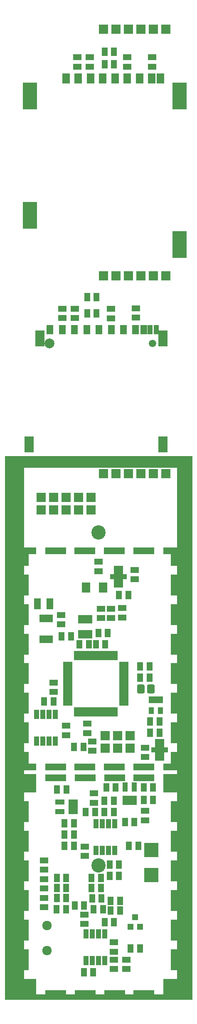
<source format=gbr>
G04 #@! TF.GenerationSoftware,KiCad,Pcbnew,(6.0.0-rc1-dev-205-gc0615c5ef)*
G04 #@! TF.CreationDate,2019-05-07T06:14:22+02:00*
G04 #@! TF.ProjectId,SPACEDOS02A_PCB01A,5350414345444F533032415F50434230,REV*
G04 #@! TF.SameCoordinates,Original*
G04 #@! TF.FileFunction,Soldermask,Bot*
G04 #@! TF.FilePolarity,Negative*
%FSLAX46Y46*%
G04 Gerber Fmt 4.6, Leading zero omitted, Abs format (unit mm)*
G04 Created by KiCad (PCBNEW (6.0.0-rc1-dev-205-gc0615c5ef)) date 05/07/19 06:14:22*
%MOMM*%
%LPD*%
G01*
G04 APERTURE LIST*
%ADD10C,0.100000*%
%ADD11R,1.289000X1.797000*%
%ADD12C,2.900000*%
%ADD13R,0.650000X1.500000*%
%ADD14R,1.000000X1.950000*%
%ADD15R,1.797000X1.289000*%
%ADD16R,1.924000X1.924000*%
%ADD17R,2.899360X2.950160*%
%ADD18R,2.940000X1.670000*%
%ADD19R,1.400000X4.200000*%
%ADD20R,2.950000X3.700000*%
%ADD21R,4.200000X1.400000*%
%ADD22R,0.950000X1.900000*%
%ADD23R,1.900000X0.950000*%
%ADD24R,1.960000X1.050000*%
%ADD25R,1.050000X1.960000*%
%ADD26R,1.200000X1.300000*%
%ADD27R,1.400000X2.200000*%
%ADD28C,0.150000*%
%ADD29C,1.550000*%
%ADD30R,1.050000X1.460000*%
%ADD31R,1.700000X2.100000*%
%ADD32R,1.900000X1.700000*%
%ADD33R,3.400000X1.100000*%
%ADD34C,1.924000*%
%ADD35R,1.400000X1.400000*%
%ADD36R,1.400000X2.700000*%
%ADD37R,1.950000X1.400000*%
%ADD38R,1.400000X1.900000*%
%ADD39R,1.100000X1.900000*%
%ADD40C,2.000000*%
%ADD41C,1.500000*%
%ADD42R,1.900000X3.200000*%
%ADD43R,1.600000X2.000000*%
%ADD44R,2.900000X5.400000*%
G04 APERTURE END LIST*
D10*
G36*
X0Y762000D02*
X38100000Y762000D01*
X38100000Y-254000D01*
X0Y-254000D01*
X0Y762000D01*
G37*
X0Y762000D02*
X38100000Y762000D01*
X38100000Y-254000D01*
X0Y-254000D01*
X0Y762000D01*
G36*
X0Y109982000D02*
X0Y0D01*
X3810000Y0D01*
X3810000Y109982000D01*
X0Y109982000D01*
G37*
X0Y109982000D02*
X0Y0D01*
X3810000Y0D01*
X3810000Y109982000D01*
X0Y109982000D01*
G36*
X38100000Y107696000D02*
X0Y107696000D01*
X0Y109982000D01*
X38100000Y109982000D01*
X38100000Y107696000D01*
G37*
X38100000Y107696000D02*
X0Y107696000D01*
X0Y109982000D01*
X38100000Y109982000D01*
X38100000Y107696000D01*
G36*
X35052000Y109982000D02*
X35052000Y0D01*
X38100000Y0D01*
X38100000Y109982000D01*
X35052000Y109982000D01*
G37*
X35052000Y109982000D02*
X35052000Y0D01*
X38100000Y0D01*
X38100000Y109982000D01*
X35052000Y109982000D01*
D11*
G04 #@! TO.C,C35*
X27559000Y67310000D03*
X29464000Y67310000D03*
G04 #@! TD*
D12*
G04 #@! TO.C,BT1*
X19050000Y26956000D03*
X19050000Y94456000D03*
G04 #@! TD*
D13*
G04 #@! TO.C,U11*
X7382000Y72780000D03*
X7882000Y72780000D03*
X8382000Y72780000D03*
X8882000Y72780000D03*
X9382000Y72780000D03*
X9382000Y77080000D03*
X8882000Y77080000D03*
X8382000Y77080000D03*
X7882000Y77080000D03*
X7382000Y77080000D03*
G04 #@! TD*
D14*
G04 #@! TO.C,U2*
X22345300Y35410100D03*
X21075300Y35410100D03*
X19805300Y35410100D03*
X18535300Y35410100D03*
X18535300Y30010100D03*
X19805300Y30010100D03*
X21075300Y30010100D03*
X22345300Y30010100D03*
G04 #@! TD*
G04 #@! TO.C,U1*
X20313300Y13058100D03*
X19043300Y13058100D03*
X17773300Y13058100D03*
X16503300Y13058100D03*
X16503300Y7658100D03*
X17773300Y7658100D03*
X19043300Y7658100D03*
X20313300Y7658100D03*
G04 #@! TD*
D11*
G04 #@! TO.C,C3*
X17963000Y5278100D03*
X16058000Y5278100D03*
G04 #@! TD*
D15*
G04 #@! TO.C,C10*
X22218300Y11310600D03*
X22218300Y9405600D03*
G04 #@! TD*
G04 #@! TO.C,C5*
X22218300Y7818100D03*
X22218300Y5913100D03*
G04 #@! TD*
G04 #@! TO.C,R6*
X24758300Y7818100D03*
X24758300Y5913100D03*
G04 #@! TD*
D11*
G04 #@! TO.C,C20*
X25583800Y10104100D03*
X27488800Y10104100D03*
G04 #@! TD*
D15*
G04 #@! TO.C,R22*
X7988300Y18453100D03*
X7988300Y20358100D03*
G04 #@! TD*
G04 #@! TO.C,R19*
X7988300Y22263100D03*
X7988300Y24168100D03*
G04 #@! TD*
G04 #@! TO.C,R15*
X7988300Y26073100D03*
X7988300Y27978100D03*
G04 #@! TD*
D11*
G04 #@! TO.C,C21*
X10591800Y24422100D03*
X12496800Y24422100D03*
G04 #@! TD*
G04 #@! TO.C,C23*
X10591800Y22390100D03*
X12496800Y22390100D03*
G04 #@! TD*
G04 #@! TO.C,C2*
X10591800Y20358100D03*
X12496800Y20358100D03*
G04 #@! TD*
G04 #@! TO.C,C24*
X10528300Y18072100D03*
X12433300Y18072100D03*
G04 #@! TD*
G04 #@! TO.C,R8*
X16122300Y18777000D03*
X14217300Y18777000D03*
G04 #@! TD*
D15*
G04 #@! TO.C,R7*
X16213000Y16932000D03*
X16213000Y15027000D03*
G04 #@! TD*
D11*
G04 #@! TO.C,R2*
X20313300Y15438100D03*
X22218300Y15438100D03*
G04 #@! TD*
G04 #@! TO.C,C11*
X21558000Y17777000D03*
X23463000Y17777000D03*
G04 #@! TD*
G04 #@! TO.C,C6*
X21558000Y19756100D03*
X23463000Y19756100D03*
G04 #@! TD*
G04 #@! TO.C,R9*
X19963000Y18027000D03*
X18058000Y18027000D03*
G04 #@! TD*
G04 #@! TO.C,C15*
X19678300Y20264100D03*
X17773300Y20264100D03*
G04 #@! TD*
G04 #@! TO.C,C16*
X17653000Y22352000D03*
X19558000Y22352000D03*
G04 #@! TD*
G04 #@! TO.C,R10*
X19558000Y24384000D03*
X17653000Y24384000D03*
G04 #@! TD*
D15*
G04 #@! TO.C,C17*
X16256000Y30734000D03*
X16256000Y28829000D03*
G04 #@! TD*
D11*
G04 #@! TO.C,R11*
X23234300Y24836100D03*
X21329300Y24836100D03*
G04 #@! TD*
G04 #@! TO.C,C18*
X23234300Y27122100D03*
X21329300Y27122100D03*
G04 #@! TD*
G04 #@! TO.C,R4*
X14026800Y30932100D03*
X12121800Y30932100D03*
G04 #@! TD*
G04 #@! TO.C,C8*
X14026800Y33218100D03*
X12121800Y33218100D03*
G04 #@! TD*
G04 #@! TO.C,C13*
X14026800Y35504100D03*
X12121800Y35504100D03*
G04 #@! TD*
G04 #@! TO.C,C4*
X27178000Y30861000D03*
X25273000Y30861000D03*
G04 #@! TD*
G04 #@! TO.C,R3*
X24440800Y35758100D03*
X26345800Y35758100D03*
G04 #@! TD*
D15*
G04 #@! TO.C,R5*
X28568300Y37980600D03*
X28568300Y36075600D03*
G04 #@! TD*
D11*
G04 #@! TO.C,R1*
X12502800Y42362100D03*
X10597800Y42362100D03*
G04 #@! TD*
G04 #@! TO.C,C19*
X18344800Y37790100D03*
X16439800Y37790100D03*
G04 #@! TD*
D15*
G04 #@! TO.C,R13*
X18154300Y39631600D03*
X18154300Y41536600D03*
G04 #@! TD*
D11*
G04 #@! TO.C,C12*
X22154800Y37790100D03*
X20249800Y37790100D03*
G04 #@! TD*
G04 #@! TO.C,C7*
X22154800Y40076100D03*
X20249800Y40076100D03*
G04 #@! TD*
G04 #@! TO.C,R12*
X22535800Y42743100D03*
X20630800Y42743100D03*
G04 #@! TD*
G04 #@! TO.C,C9*
X28250800Y40203100D03*
X30155800Y40203100D03*
G04 #@! TD*
G04 #@! TO.C,C14*
X28250800Y42743100D03*
X30155800Y42743100D03*
G04 #@! TD*
G04 #@! TO.C,C43*
X16002000Y50927000D03*
X14097000Y50927000D03*
G04 #@! TD*
D15*
G04 #@! TO.C,R23*
X17780000Y50203100D03*
X17780000Y52108100D03*
G04 #@! TD*
G04 #@! TO.C,C34*
X16750000Y53797500D03*
X16750000Y55702500D03*
G04 #@! TD*
G04 #@! TO.C,C54*
X28575000Y48895000D03*
X28575000Y50800000D03*
G04 #@! TD*
D11*
G04 #@! TO.C,C50*
X31496000Y53848000D03*
X29591000Y53848000D03*
G04 #@! TD*
G04 #@! TO.C,C42*
X31496000Y56134000D03*
X29591000Y56134000D03*
G04 #@! TD*
G04 #@! TO.C,C32*
X27559000Y65024000D03*
X29464000Y65024000D03*
G04 #@! TD*
D15*
G04 #@! TO.C,C39*
X9906000Y62103000D03*
X9906000Y64008000D03*
G04 #@! TD*
G04 #@! TO.C,F2*
X19050000Y86614000D03*
X19050000Y88519000D03*
G04 #@! TD*
D11*
G04 #@! TO.C,C36*
X23241000Y81788000D03*
X25146000Y81788000D03*
G04 #@! TD*
D15*
G04 #@! TO.C,C55*
X26416000Y86868000D03*
X26416000Y84963000D03*
G04 #@! TD*
D11*
G04 #@! TO.C,R20*
X11557000Y73406000D03*
X13462000Y73406000D03*
G04 #@! TD*
G04 #@! TO.C,C31*
X17081500Y71755000D03*
X15176500Y71755000D03*
G04 #@! TD*
D15*
G04 #@! TO.C,C26*
X23876000Y77216000D03*
X23876000Y79121000D03*
G04 #@! TD*
G04 #@! TO.C,C27*
X21590000Y77089000D03*
X21590000Y78994000D03*
G04 #@! TD*
G04 #@! TO.C,C28*
X19558000Y77089000D03*
X19558000Y78994000D03*
G04 #@! TD*
D11*
G04 #@! TO.C,R21*
X8001000Y60198000D03*
X9906000Y60198000D03*
G04 #@! TD*
D15*
G04 #@! TO.C,C47*
X11430000Y75819000D03*
X11430000Y77724000D03*
G04 #@! TD*
D11*
G04 #@! TO.C,C44*
X20447000Y71755000D03*
X18542000Y71755000D03*
G04 #@! TD*
G04 #@! TO.C,C40*
X20955000Y74041000D03*
X19050000Y74041000D03*
G04 #@! TD*
D16*
G04 #@! TO.C,J2*
X17526000Y99060000D03*
X17526000Y101600000D03*
G04 #@! TD*
G04 #@! TO.C,J7*
X9906000Y99060000D03*
G04 #@! TD*
G04 #@! TO.C,J4*
X12446000Y101600000D03*
G04 #@! TD*
G04 #@! TO.C,J6*
X9906000Y101600000D03*
G04 #@! TD*
G04 #@! TO.C,J5*
X12446000Y99060000D03*
G04 #@! TD*
G04 #@! TO.C,J19*
X7366000Y101600000D03*
X7366000Y99060000D03*
G04 #@! TD*
D17*
G04 #@! TO.C,C1*
X29838300Y30027860D03*
X29838300Y24978340D03*
G04 #@! TD*
D18*
G04 #@! TO.C,L1*
X16383000Y73787000D03*
X16383000Y76835000D03*
G04 #@! TD*
D16*
G04 #@! TO.C,J22*
X25514300Y50711100D03*
X25514300Y53251100D03*
X22974300Y50711100D03*
X22974300Y53251100D03*
X20434300Y50711100D03*
X20434300Y53251100D03*
G04 #@! TD*
D19*
G04 #@! TO.C,M6*
X4178000Y37811000D03*
X4178000Y31811000D03*
X4178000Y25811000D03*
X4178000Y19811000D03*
X4178000Y13811000D03*
X4178000Y7811000D03*
X34478000Y37811000D03*
X34478000Y31811000D03*
X34478000Y25811000D03*
X34478000Y19811000D03*
X34478000Y13811000D03*
X34478000Y7811000D03*
D20*
X4953000Y43561000D03*
X4953000Y2061000D03*
X33703000Y43561000D03*
X33703000Y2061000D03*
D21*
X28328000Y911000D03*
X22328000Y911000D03*
X16328000Y911000D03*
X10328000Y911000D03*
X28328000Y44711000D03*
X22328000Y44711000D03*
X16328000Y44711000D03*
X10328000Y44711000D03*
G04 #@! TD*
D22*
G04 #@! TO.C,U10*
X22496300Y58096100D03*
X21696300Y58096100D03*
X20896300Y58096100D03*
X20096300Y58096100D03*
X19296300Y58096100D03*
X18496300Y58096100D03*
X17696300Y58096100D03*
X16896300Y58096100D03*
X16096300Y58096100D03*
X15296300Y58096100D03*
X14496300Y58096100D03*
D23*
X12796300Y59796100D03*
X12796300Y60596100D03*
X12796300Y61396100D03*
X12796300Y62196100D03*
X12796300Y62996100D03*
X12796300Y63796100D03*
X12796300Y64596100D03*
X12796300Y65396100D03*
X12796300Y66196100D03*
X12796300Y66996100D03*
X12796300Y67796100D03*
D22*
X14496300Y69496100D03*
X15296300Y69496100D03*
X16096300Y69496100D03*
X16896300Y69496100D03*
X17696300Y69496100D03*
X18496300Y69496100D03*
X19296300Y69496100D03*
X20096300Y69496100D03*
X20896300Y69496100D03*
X21696300Y69496100D03*
X22496300Y69496100D03*
D23*
X24196300Y67796100D03*
X24196300Y66996100D03*
X24196300Y66196100D03*
X24196300Y65396100D03*
X24196300Y64596100D03*
X24196300Y63796100D03*
X24196300Y62996100D03*
X24196300Y62196100D03*
X24196300Y61396100D03*
X24196300Y60596100D03*
X24196300Y59796100D03*
G04 #@! TD*
D24*
G04 #@! TO.C,U4*
X13916300Y39756100D03*
X13916300Y38806100D03*
X13916300Y37856100D03*
X11216300Y37856100D03*
X11216300Y39756100D03*
G04 #@! TD*
D25*
G04 #@! TO.C,U5*
X26343300Y42823100D03*
X24443300Y42823100D03*
X24443300Y40123100D03*
X25393300Y40123100D03*
X26343300Y40123100D03*
G04 #@! TD*
D26*
G04 #@! TO.C,U3*
X26536300Y16454100D03*
X25586300Y14454100D03*
X27486300Y14454100D03*
G04 #@! TD*
D27*
G04 #@! TO.C,Y2*
X9124000Y80010000D03*
X6624000Y80010000D03*
G04 #@! TD*
D28*
G04 #@! TO.C,L3*
G36*
X28148071Y63636377D02*
X28180781Y63631525D01*
X28212857Y63623491D01*
X28243991Y63612351D01*
X28273884Y63598213D01*
X28302247Y63581213D01*
X28328807Y63561515D01*
X28353308Y63539308D01*
X28375515Y63514807D01*
X28395213Y63488247D01*
X28412213Y63459884D01*
X28426351Y63429991D01*
X28437491Y63398857D01*
X28445525Y63366781D01*
X28450377Y63334071D01*
X28452000Y63301044D01*
X28452000Y62174956D01*
X28450377Y62141929D01*
X28445525Y62109219D01*
X28437491Y62077143D01*
X28426351Y62046009D01*
X28412213Y62016116D01*
X28395213Y61987753D01*
X28375515Y61961193D01*
X28353308Y61936692D01*
X28328807Y61914485D01*
X28302247Y61894787D01*
X28273884Y61877787D01*
X28243991Y61863649D01*
X28212857Y61852509D01*
X28180781Y61844475D01*
X28148071Y61839623D01*
X28115044Y61838000D01*
X27238956Y61838000D01*
X27205929Y61839623D01*
X27173219Y61844475D01*
X27141143Y61852509D01*
X27110009Y61863649D01*
X27080116Y61877787D01*
X27051753Y61894787D01*
X27025193Y61914485D01*
X27000692Y61936692D01*
X26978485Y61961193D01*
X26958787Y61987753D01*
X26941787Y62016116D01*
X26927649Y62046009D01*
X26916509Y62077143D01*
X26908475Y62109219D01*
X26903623Y62141929D01*
X26902000Y62174956D01*
X26902000Y63301044D01*
X26903623Y63334071D01*
X26908475Y63366781D01*
X26916509Y63398857D01*
X26927649Y63429991D01*
X26941787Y63459884D01*
X26958787Y63488247D01*
X26978485Y63514807D01*
X27000692Y63539308D01*
X27025193Y63561515D01*
X27051753Y63581213D01*
X27080116Y63598213D01*
X27110009Y63612351D01*
X27141143Y63623491D01*
X27173219Y63631525D01*
X27205929Y63636377D01*
X27238956Y63638000D01*
X28115044Y63638000D01*
X28148071Y63636377D01*
X28148071Y63636377D01*
G37*
D29*
X27677000Y62738000D03*
D28*
G36*
X30198071Y63636377D02*
X30230781Y63631525D01*
X30262857Y63623491D01*
X30293991Y63612351D01*
X30323884Y63598213D01*
X30352247Y63581213D01*
X30378807Y63561515D01*
X30403308Y63539308D01*
X30425515Y63514807D01*
X30445213Y63488247D01*
X30462213Y63459884D01*
X30476351Y63429991D01*
X30487491Y63398857D01*
X30495525Y63366781D01*
X30500377Y63334071D01*
X30502000Y63301044D01*
X30502000Y62174956D01*
X30500377Y62141929D01*
X30495525Y62109219D01*
X30487491Y62077143D01*
X30476351Y62046009D01*
X30462213Y62016116D01*
X30445213Y61987753D01*
X30425515Y61961193D01*
X30403308Y61936692D01*
X30378807Y61914485D01*
X30352247Y61894787D01*
X30323884Y61877787D01*
X30293991Y61863649D01*
X30262857Y61852509D01*
X30230781Y61844475D01*
X30198071Y61839623D01*
X30165044Y61838000D01*
X29288956Y61838000D01*
X29255929Y61839623D01*
X29223219Y61844475D01*
X29191143Y61852509D01*
X29160009Y61863649D01*
X29130116Y61877787D01*
X29101753Y61894787D01*
X29075193Y61914485D01*
X29050692Y61936692D01*
X29028485Y61961193D01*
X29008787Y61987753D01*
X28991787Y62016116D01*
X28977649Y62046009D01*
X28966509Y62077143D01*
X28958475Y62109219D01*
X28953623Y62141929D01*
X28952000Y62174956D01*
X28952000Y63301044D01*
X28953623Y63334071D01*
X28958475Y63366781D01*
X28966509Y63398857D01*
X28977649Y63429991D01*
X28991787Y63459884D01*
X29008787Y63488247D01*
X29028485Y63514807D01*
X29050692Y63539308D01*
X29075193Y63561515D01*
X29101753Y63581213D01*
X29130116Y63598213D01*
X29160009Y63612351D01*
X29191143Y63623491D01*
X29223219Y63631525D01*
X29255929Y63636377D01*
X29288956Y63638000D01*
X30165044Y63638000D01*
X30198071Y63636377D01*
X30198071Y63636377D01*
G37*
D29*
X29727000Y62738000D03*
G04 #@! TD*
D30*
G04 #@! TO.C,U8*
X29784000Y60536000D03*
X30734000Y60536000D03*
X31684000Y60536000D03*
X31684000Y58336000D03*
X29784000Y58336000D03*
G04 #@! TD*
D31*
G04 #@! TO.C,D3*
X20010000Y83312000D03*
X16510000Y83312000D03*
G04 #@! TD*
D32*
G04 #@! TO.C,C29*
X23114000Y84168000D03*
D33*
X23114000Y85518000D03*
D32*
X23114000Y86868000D03*
G04 #@! TD*
G04 #@! TO.C,C52*
X31496000Y48989000D03*
D33*
X31496000Y50339000D03*
D32*
X31496000Y51689000D03*
G04 #@! TD*
D11*
G04 #@! TO.C,C22*
X18669000Y142240000D03*
X16764000Y142240000D03*
G04 #@! TD*
G04 #@! TO.C,C25*
X16764000Y138938000D03*
X18669000Y138938000D03*
G04 #@! TD*
D15*
G04 #@! TO.C,C30*
X12446000Y53340000D03*
X12446000Y55245000D03*
G04 #@! TD*
G04 #@! TO.C,R14*
X11684000Y139890500D03*
X11684000Y137985500D03*
G04 #@! TD*
G04 #@! TO.C,R16*
X14224000Y137985500D03*
X14224000Y139890500D03*
G04 #@! TD*
G04 #@! TO.C,R17*
X21590000Y139827000D03*
X21590000Y137922000D03*
G04 #@! TD*
G04 #@! TO.C,R18*
X26670000Y138049000D03*
X26670000Y139954000D03*
G04 #@! TD*
D14*
G04 #@! TO.C,U6*
X10287000Y52164000D03*
X9017000Y52164000D03*
X7747000Y52164000D03*
X6477000Y52164000D03*
X6477000Y57564000D03*
X7747000Y57564000D03*
X9017000Y57564000D03*
X10287000Y57564000D03*
G04 #@! TD*
D34*
G04 #@! TO.C,D1*
X8596000Y9692000D03*
X8596000Y14692000D03*
G04 #@! TD*
D35*
G04 #@! TO.C,M8*
X34454000Y46934000D03*
X34454000Y90734000D03*
X4154000Y90734000D03*
X4154000Y46934000D03*
D36*
X34454000Y48584000D03*
X4154000Y48584000D03*
D19*
X34454000Y53834000D03*
X4154000Y53834000D03*
X34454000Y59834000D03*
X4154000Y59834000D03*
X34454000Y65834000D03*
X4154000Y65834000D03*
X34454000Y71834000D03*
X4154000Y71834000D03*
X34454000Y77834000D03*
X4154000Y77834000D03*
X34454000Y83834000D03*
X4154000Y83834000D03*
D36*
X34454000Y89084000D03*
X4154000Y89084000D03*
D37*
X33179000Y46934000D03*
X33179000Y90734000D03*
D21*
X28304000Y46934000D03*
X28304000Y90734000D03*
X22304000Y46934000D03*
X22304000Y90734000D03*
X16304000Y46934000D03*
X16304000Y90734000D03*
X10304000Y46934000D03*
X10304000Y90734000D03*
D37*
X5429000Y46934000D03*
X5429000Y90734000D03*
G04 #@! TD*
D38*
G04 #@! TO.C,J1*
X11667000Y135673000D03*
X14167000Y135673000D03*
X16667000Y135673000D03*
X19167000Y135673000D03*
X21667000Y135673000D03*
X24167000Y135673000D03*
X26597000Y135673000D03*
X28297000Y135673000D03*
X9167000Y135673000D03*
D39*
X29597000Y135673000D03*
X30797000Y135673000D03*
D40*
X9042000Y132873000D03*
D41*
X30042000Y132873000D03*
D42*
X7092000Y133873000D03*
X4892000Y112373000D03*
X32192000Y112373000D03*
X32192000Y133873000D03*
G04 #@! TD*
D16*
G04 #@! TO.C,J8*
X27686000Y106426000D03*
G04 #@! TD*
G04 #@! TO.C,J9*
X25146000Y106426000D03*
G04 #@! TD*
G04 #@! TO.C,J10*
X30226000Y106426000D03*
G04 #@! TD*
G04 #@! TO.C,J11*
X20066000Y106426000D03*
G04 #@! TD*
G04 #@! TO.C,J12*
X22606000Y106426000D03*
G04 #@! TD*
G04 #@! TO.C,J13*
X32766000Y106426000D03*
G04 #@! TD*
G04 #@! TO.C,J3*
X14986000Y99060000D03*
X14986000Y101600000D03*
G04 #@! TD*
G04 #@! TO.C,J14*
X27686000Y146558000D03*
G04 #@! TD*
G04 #@! TO.C,J15*
X25146000Y146558000D03*
G04 #@! TD*
G04 #@! TO.C,J16*
X30226000Y146558000D03*
G04 #@! TD*
G04 #@! TO.C,J17*
X20066000Y146558000D03*
G04 #@! TD*
G04 #@! TO.C,J18*
X22606000Y146558000D03*
G04 #@! TD*
G04 #@! TO.C,J20*
X32766000Y146558000D03*
G04 #@! TD*
D11*
G04 #@! TO.C,C33*
X22225000Y192024000D03*
X20320000Y192024000D03*
G04 #@! TD*
G04 #@! TO.C,C37*
X20320000Y189484000D03*
X22225000Y189484000D03*
G04 #@! TD*
D16*
G04 #@! TO.C,J21*
X27686000Y196596000D03*
G04 #@! TD*
G04 #@! TO.C,J23*
X25146000Y196596000D03*
G04 #@! TD*
G04 #@! TO.C,J24*
X30226000Y196596000D03*
G04 #@! TD*
G04 #@! TO.C,J25*
X20066000Y196596000D03*
G04 #@! TD*
G04 #@! TO.C,J26*
X22606000Y196596000D03*
G04 #@! TD*
G04 #@! TO.C,J27*
X32766000Y196596000D03*
G04 #@! TD*
D15*
G04 #@! TO.C,R24*
X14732000Y188976000D03*
X14732000Y190881000D03*
G04 #@! TD*
G04 #@! TO.C,R25*
X17272000Y190881000D03*
X17272000Y188976000D03*
G04 #@! TD*
G04 #@! TO.C,R26*
X24892000Y188976000D03*
X24892000Y190881000D03*
G04 #@! TD*
G04 #@! TO.C,R27*
X29972000Y190881000D03*
X29972000Y188976000D03*
G04 #@! TD*
D43*
G04 #@! TO.C,J28*
X12430000Y186568000D03*
D44*
X5095000Y183068000D03*
X5095000Y158868000D03*
D43*
X14930000Y186568000D03*
X17430000Y186568000D03*
X19930000Y186568000D03*
X22430000Y186568000D03*
X24930000Y186568000D03*
X27430000Y186568000D03*
X29860000Y186568000D03*
X31660000Y186568000D03*
D44*
X35545000Y183068000D03*
X35545000Y152868000D03*
G04 #@! TD*
M02*

</source>
